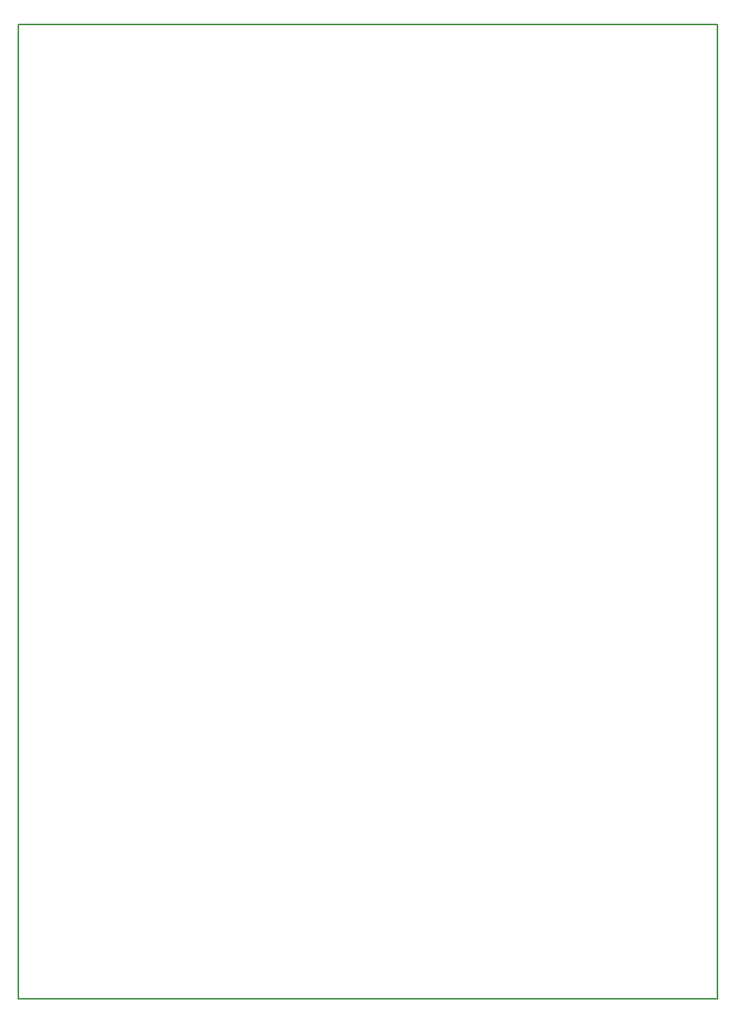
<source format=gm1>
G04 #@! TF.GenerationSoftware,KiCad,Pcbnew,(6.0.7)*
G04 #@! TF.CreationDate,2022-12-18T06:26:48+05:30*
G04 #@! TF.ProjectId,PowerBoard,506f7765-7242-46f6-9172-642e6b696361,rev?*
G04 #@! TF.SameCoordinates,Original*
G04 #@! TF.FileFunction,Profile,NP*
%FSLAX46Y46*%
G04 Gerber Fmt 4.6, Leading zero omitted, Abs format (unit mm)*
G04 Created by KiCad (PCBNEW (6.0.7)) date 2022-12-18 06:26:48*
%MOMM*%
%LPD*%
G01*
G04 APERTURE LIST*
G04 #@! TA.AperFunction,Profile*
%ADD10C,0.150000*%
G04 #@! TD*
G04 APERTURE END LIST*
D10*
X76200000Y-154940000D02*
X153670000Y-154940000D01*
X153670000Y-154940000D02*
X153670000Y-46990000D01*
X76200000Y-46990000D02*
X76200000Y-154940000D01*
X153670000Y-46990000D02*
X76200000Y-46990000D01*
M02*

</source>
